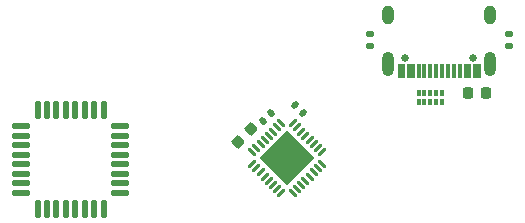
<source format=gbr>
%TF.GenerationSoftware,KiCad,Pcbnew,8.0.4*%
%TF.CreationDate,2024-11-19T23:33:53+08:00*%
%TF.ProjectId,uvk5_ttl,75766b35-5f74-4746-9c2e-6b696361645f,rev?*%
%TF.SameCoordinates,Original*%
%TF.FileFunction,Soldermask,Top*%
%TF.FilePolarity,Negative*%
%FSLAX46Y46*%
G04 Gerber Fmt 4.6, Leading zero omitted, Abs format (unit mm)*
G04 Created by KiCad (PCBNEW 8.0.4) date 2024-11-19 23:33:53*
%MOMM*%
%LPD*%
G01*
G04 APERTURE LIST*
G04 Aperture macros list*
%AMRoundRect*
0 Rectangle with rounded corners*
0 $1 Rounding radius*
0 $2 $3 $4 $5 $6 $7 $8 $9 X,Y pos of 4 corners*
0 Add a 4 corners polygon primitive as box body*
4,1,4,$2,$3,$4,$5,$6,$7,$8,$9,$2,$3,0*
0 Add four circle primitives for the rounded corners*
1,1,$1+$1,$2,$3*
1,1,$1+$1,$4,$5*
1,1,$1+$1,$6,$7*
1,1,$1+$1,$8,$9*
0 Add four rect primitives between the rounded corners*
20,1,$1+$1,$2,$3,$4,$5,0*
20,1,$1+$1,$4,$5,$6,$7,0*
20,1,$1+$1,$6,$7,$8,$9,0*
20,1,$1+$1,$8,$9,$2,$3,0*%
%AMRotRect*
0 Rectangle, with rotation*
0 The origin of the aperture is its center*
0 $1 length*
0 $2 width*
0 $3 Rotation angle, in degrees counterclockwise*
0 Add horizontal line*
21,1,$1,$2,0,0,$3*%
G04 Aperture macros list end*
%ADD10RoundRect,0.140000X0.219203X0.021213X0.021213X0.219203X-0.219203X-0.021213X-0.021213X-0.219203X0*%
%ADD11C,0.650000*%
%ADD12R,0.300000X1.150000*%
%ADD13O,1.000000X2.100000*%
%ADD14O,1.000000X1.600000*%
%ADD15RoundRect,0.140000X0.021213X-0.219203X0.219203X-0.021213X-0.021213X0.219203X-0.219203X0.021213X0*%
%ADD16RoundRect,0.125000X0.125000X-0.625000X0.125000X0.625000X-0.125000X0.625000X-0.125000X-0.625000X0*%
%ADD17RoundRect,0.125000X0.625000X-0.125000X0.625000X0.125000X-0.625000X0.125000X-0.625000X-0.125000X0*%
%ADD18RoundRect,0.225000X-0.017678X0.335876X-0.335876X0.017678X0.017678X-0.335876X0.335876X-0.017678X0*%
%ADD19RoundRect,0.062500X0.309359X-0.220971X-0.220971X0.309359X-0.309359X0.220971X0.220971X-0.309359X0*%
%ADD20RoundRect,0.062500X0.309359X0.220971X0.220971X0.309359X-0.309359X-0.220971X-0.220971X-0.309359X0*%
%ADD21RotRect,3.300000X3.300000X135.000000*%
%ADD22RoundRect,0.075000X-0.075000X-0.200000X0.075000X-0.200000X0.075000X0.200000X-0.075000X0.200000X0*%
%ADD23RoundRect,0.135000X0.185000X-0.135000X0.185000X0.135000X-0.185000X0.135000X-0.185000X-0.135000X0*%
%ADD24RoundRect,0.225000X-0.225000X-0.250000X0.225000X-0.250000X0.225000X0.250000X-0.225000X0.250000X0*%
G04 APERTURE END LIST*
D10*
%TO.C,C4*%
X107677553Y-96843207D03*
X106998731Y-96164385D03*
%TD*%
D11*
%TO.C,J1*%
X122090000Y-92210000D03*
X116310000Y-92210000D03*
D12*
X122550000Y-93275000D03*
X121750000Y-93275000D03*
X120450000Y-93274999D03*
X119450000Y-93275000D03*
X118950000Y-93275000D03*
X117950000Y-93274999D03*
X116650000Y-93275000D03*
X115850000Y-93275000D03*
X116150000Y-93275000D03*
X116950000Y-93275000D03*
X117450000Y-93275000D03*
X118450000Y-93275000D03*
X119950000Y-93275000D03*
X120950000Y-93275000D03*
X121450000Y-93275000D03*
X122250000Y-93275000D03*
D13*
X123520000Y-92710000D03*
D14*
X123520000Y-88530000D03*
D13*
X114880000Y-92710000D03*
D14*
X114880000Y-88530000D03*
%TD*%
D15*
%TO.C,C1*%
X104285117Y-97536172D03*
X104963939Y-96857350D03*
%TD*%
D16*
%TO.C,REF\u002A\u002A*%
X85195000Y-104951086D03*
X85995000Y-104951086D03*
X86795000Y-104951086D03*
X87595000Y-104951086D03*
X88395000Y-104951086D03*
X89195000Y-104951086D03*
X89995000Y-104951086D03*
X90795000Y-104951086D03*
D17*
X92170000Y-103576086D03*
X92170000Y-102776086D03*
X92170000Y-101976086D03*
X92170000Y-101176086D03*
X92170000Y-100376086D03*
X92170000Y-99576086D03*
X92170000Y-98776086D03*
X92170000Y-97976086D03*
D16*
X90795000Y-96601086D03*
X89995000Y-96601086D03*
X89195000Y-96601086D03*
X88395000Y-96601086D03*
X87595000Y-96601086D03*
X86795000Y-96601086D03*
X85995000Y-96601086D03*
X85195000Y-96601086D03*
D17*
X83820000Y-97976086D03*
X83820000Y-98776086D03*
X83820000Y-99576086D03*
X83820000Y-100376086D03*
X83820000Y-101176086D03*
X83820000Y-101976086D03*
X83820000Y-102776086D03*
X83820000Y-103576086D03*
%TD*%
D18*
%TO.C,C2*%
X103288008Y-98161992D03*
X102191992Y-99258008D03*
%TD*%
D19*
%TO.C,U1*%
X106813953Y-103628827D03*
X107167506Y-103275273D03*
X107521060Y-102921720D03*
X107874613Y-102568166D03*
X108228166Y-102214613D03*
X108581720Y-101861060D03*
X108935273Y-101507506D03*
X109288827Y-101153953D03*
D20*
X109288827Y-100181681D03*
X108935273Y-99828128D03*
X108581720Y-99474574D03*
X108228166Y-99121021D03*
X107874613Y-98767468D03*
X107521060Y-98413914D03*
X107167506Y-98060361D03*
X106813953Y-97706807D03*
D19*
X105841681Y-97706807D03*
X105488128Y-98060361D03*
X105134574Y-98413914D03*
X104781021Y-98767468D03*
X104427468Y-99121021D03*
X104073914Y-99474574D03*
X103720361Y-99828128D03*
X103366807Y-100181681D03*
D20*
X103366807Y-101153953D03*
X103720361Y-101507506D03*
X104073914Y-101861060D03*
X104427468Y-102214613D03*
X104781021Y-102568166D03*
X105134574Y-102921720D03*
X105488128Y-103275273D03*
X105841681Y-103628827D03*
D21*
X106327817Y-100667817D03*
%TD*%
D22*
%TO.C,U2*%
X117450000Y-95909999D03*
X117950000Y-95910000D03*
X118450000Y-95909999D03*
X118950000Y-95910000D03*
X119450000Y-95909999D03*
X119450000Y-95139999D03*
X118950000Y-95139998D03*
X118450000Y-95139999D03*
X117950000Y-95139998D03*
X117450000Y-95139999D03*
%TD*%
D23*
%TO.C,R2*%
X113332600Y-91130999D03*
X113332600Y-90111001D03*
%TD*%
%TO.C,R1*%
X125067400Y-91130999D03*
X125067400Y-90111001D03*
%TD*%
D24*
%TO.C,C3*%
X121600000Y-95180000D03*
X123150000Y-95180000D03*
%TD*%
M02*

</source>
